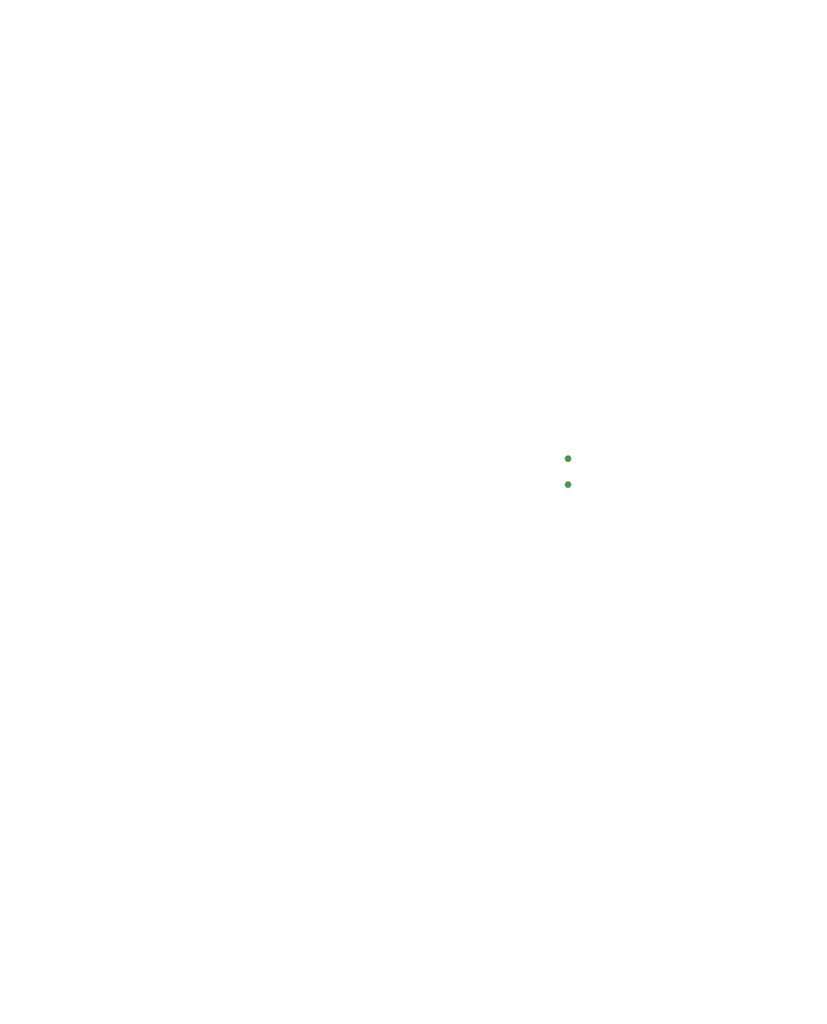
<source format=gbr>
%TF.GenerationSoftware,Altium Limited,Altium Designer,18.1.9 (240)*%
G04 Layer_Color=0*
%FSLAX26Y26*%
%MOIN*%
%TF.FileFunction,NonPlated,1,2,NPTH,Drill*%
%TF.Part,Single*%
G01*
G75*
%TA.AperFunction,ComponentDrill*%
%ADD83C,0.039370*%
G36*
X1720000Y8231000D02*
D01*
D02*
G37*
G36*
X6271658Y2594854D02*
D01*
D02*
G37*
D83*
X4890000Y5570000D02*
D03*
Y5720000D02*
D03*
%TF.MD5,8d3799c0312971464c25ede56151074f*%
M02*

</source>
